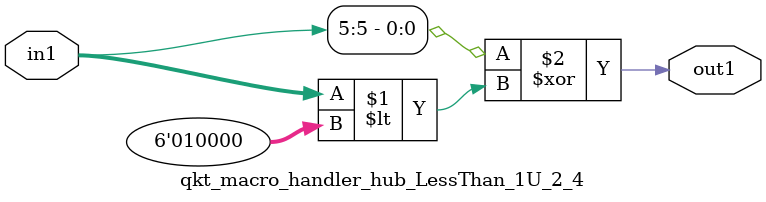
<source format=v>

`timescale 1ps / 1ps


module qkt_macro_handler_hub_LessThan_1U_2_4( in1, out1 );

    input [5:0] in1;
    output out1;

    
    // rtl_process:qkt_macro_handler_hub_LessThan_1U_2_4/qkt_macro_handler_hub_LessThan_1U_2_4_thread_1
    assign out1 = (in1[5] ^ in1 < 6'd16);

endmodule


</source>
